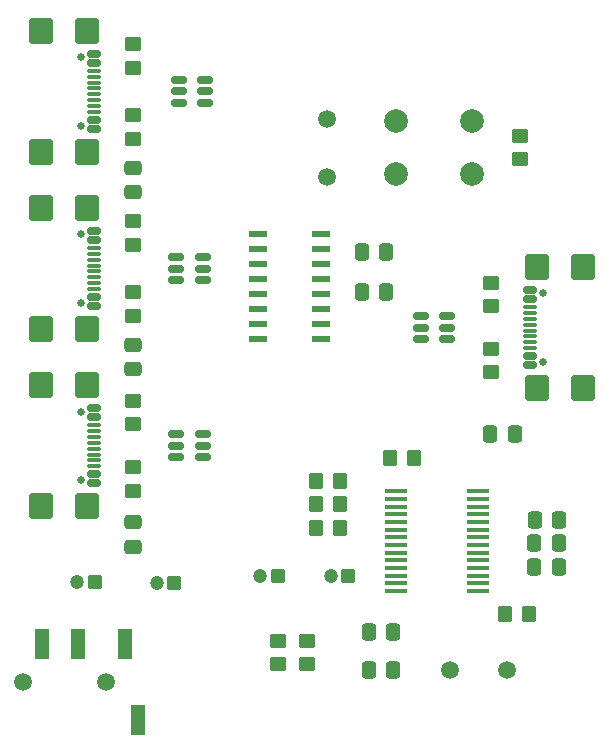
<source format=gbr>
%TF.GenerationSoftware,KiCad,Pcbnew,9.0.6*%
%TF.CreationDate,2025-12-05T18:50:53-10:00*%
%TF.ProjectId,PCB,5043422e-6b69-4636-9164-5f7063625858,rev?*%
%TF.SameCoordinates,Original*%
%TF.FileFunction,Soldermask,Top*%
%TF.FilePolarity,Negative*%
%FSLAX46Y46*%
G04 Gerber Fmt 4.6, Leading zero omitted, Abs format (unit mm)*
G04 Created by KiCad (PCBNEW 9.0.6) date 2025-12-05 18:50:53*
%MOMM*%
%LPD*%
G01*
G04 APERTURE LIST*
G04 Aperture macros list*
%AMRoundRect*
0 Rectangle with rounded corners*
0 $1 Rounding radius*
0 $2 $3 $4 $5 $6 $7 $8 $9 X,Y pos of 4 corners*
0 Add a 4 corners polygon primitive as box body*
4,1,4,$2,$3,$4,$5,$6,$7,$8,$9,$2,$3,0*
0 Add four circle primitives for the rounded corners*
1,1,$1+$1,$2,$3*
1,1,$1+$1,$4,$5*
1,1,$1+$1,$6,$7*
1,1,$1+$1,$8,$9*
0 Add four rect primitives between the rounded corners*
20,1,$1+$1,$2,$3,$4,$5,0*
20,1,$1+$1,$4,$5,$6,$7,0*
20,1,$1+$1,$6,$7,$8,$9,0*
20,1,$1+$1,$8,$9,$2,$3,0*%
G04 Aperture macros list end*
%ADD10RoundRect,0.250000X0.350000X0.350000X-0.350000X0.350000X-0.350000X-0.350000X0.350000X-0.350000X0*%
%ADD11C,1.200000*%
%ADD12RoundRect,0.150000X0.512500X0.150000X-0.512500X0.150000X-0.512500X-0.150000X0.512500X-0.150000X0*%
%ADD13C,0.650000*%
%ADD14RoundRect,0.150000X0.425000X-0.150000X0.425000X0.150000X-0.425000X0.150000X-0.425000X-0.150000X0*%
%ADD15RoundRect,0.075000X0.500000X-0.075000X0.500000X0.075000X-0.500000X0.075000X-0.500000X-0.075000X0*%
%ADD16RoundRect,0.250000X0.750000X-0.840000X0.750000X0.840000X-0.750000X0.840000X-0.750000X-0.840000X0*%
%ADD17RoundRect,0.250000X0.450000X-0.350000X0.450000X0.350000X-0.450000X0.350000X-0.450000X-0.350000X0*%
%ADD18RoundRect,0.250000X-0.475000X0.337500X-0.475000X-0.337500X0.475000X-0.337500X0.475000X0.337500X0*%
%ADD19RoundRect,0.250000X-0.337500X-0.475000X0.337500X-0.475000X0.337500X0.475000X-0.337500X0.475000X0*%
%ADD20RoundRect,0.100000X-0.850000X-0.100000X0.850000X-0.100000X0.850000X0.100000X-0.850000X0.100000X0*%
%ADD21RoundRect,0.250000X0.337500X0.475000X-0.337500X0.475000X-0.337500X-0.475000X0.337500X-0.475000X0*%
%ADD22RoundRect,0.250000X-0.450000X0.350000X-0.450000X-0.350000X0.450000X-0.350000X0.450000X0.350000X0*%
%ADD23RoundRect,0.150000X-0.425000X0.150000X-0.425000X-0.150000X0.425000X-0.150000X0.425000X0.150000X0*%
%ADD24RoundRect,0.075000X-0.500000X0.075000X-0.500000X-0.075000X0.500000X-0.075000X0.500000X0.075000X0*%
%ADD25RoundRect,0.250000X-0.750000X0.840000X-0.750000X-0.840000X0.750000X-0.840000X0.750000X0.840000X0*%
%ADD26RoundRect,0.150000X-0.512500X-0.150000X0.512500X-0.150000X0.512500X0.150000X-0.512500X0.150000X0*%
%ADD27RoundRect,0.250000X-0.350000X-0.450000X0.350000X-0.450000X0.350000X0.450000X-0.350000X0.450000X0*%
%ADD28C,1.500000*%
%ADD29R,1.200000X2.500000*%
%ADD30C,2.000000*%
%ADD31RoundRect,0.137500X-0.662500X-0.137500X0.662500X-0.137500X0.662500X0.137500X-0.662500X0.137500X0*%
G04 APERTURE END LIST*
D10*
%TO.C,C11*%
X69250000Y-91000000D03*
D11*
X67750000Y-91000000D03*
%TD*%
D10*
%TO.C,C12*%
X75250000Y-91000000D03*
D11*
X73750000Y-91000000D03*
%TD*%
D10*
%TO.C,C7*%
X60500000Y-91600000D03*
D11*
X59000000Y-91600000D03*
%TD*%
D10*
%TO.C,C8*%
X53800000Y-91550000D03*
D11*
X52300000Y-91550000D03*
%TD*%
D12*
%TO.C,U2*%
X63137500Y-50949999D03*
X63137500Y-50000000D03*
X63137500Y-49050001D03*
X60862500Y-49050001D03*
X60862500Y-50000000D03*
X60862500Y-50949999D03*
%TD*%
D13*
%TO.C,J4*%
X91685000Y-72890000D03*
X91685000Y-67110000D03*
D14*
X90610000Y-73200000D03*
X90610000Y-72400000D03*
D15*
X90610001Y-71250000D03*
X90610000Y-70250000D03*
X90610000Y-69750000D03*
X90610001Y-68750000D03*
D14*
X90610000Y-67600000D03*
X90610000Y-66800000D03*
X90610000Y-66800000D03*
X90610000Y-67600000D03*
D15*
X90610000Y-68250000D03*
X90610000Y-69250000D03*
X90610000Y-70750000D03*
X90610000Y-71750000D03*
D14*
X90610000Y-72400000D03*
X90610000Y-73200000D03*
D16*
X91185000Y-75110000D03*
X95115000Y-75110000D03*
X91185000Y-64890000D03*
X95115000Y-64890000D03*
%TD*%
D17*
%TO.C,R4*%
X57000000Y-63000000D03*
X57000000Y-61000000D03*
%TD*%
D18*
%TO.C,C5*%
X57000000Y-86462500D03*
X57000000Y-88537500D03*
%TD*%
D19*
%TO.C,C6*%
X87252500Y-79000000D03*
X89327500Y-79000000D03*
%TD*%
D20*
%TO.C,U1*%
X79250000Y-83850000D03*
X79250000Y-84500000D03*
X79250000Y-85150000D03*
X79250000Y-85800000D03*
X79250000Y-86450000D03*
X79250000Y-87100000D03*
X79250000Y-87750000D03*
X79250000Y-88400000D03*
X79250000Y-89050000D03*
X79250000Y-89700000D03*
X79250000Y-90350000D03*
X79250000Y-91000000D03*
X79250000Y-91650000D03*
X79250000Y-92300000D03*
X86250000Y-92300000D03*
X86250000Y-91650000D03*
X86250000Y-91000000D03*
X86250000Y-90350000D03*
X86250000Y-89700000D03*
X86250000Y-89050000D03*
X86250000Y-88400000D03*
X86250000Y-87750000D03*
X86250000Y-87100000D03*
X86250000Y-86450000D03*
X86250000Y-85800000D03*
X86250000Y-85150000D03*
X86250000Y-84500000D03*
X86250000Y-83850000D03*
%TD*%
D17*
%TO.C,R1*%
X89750000Y-55750000D03*
X89750000Y-53750000D03*
%TD*%
%TO.C,R6*%
X57000000Y-78200000D03*
X57000000Y-76200000D03*
%TD*%
D21*
%TO.C,C1*%
X78437500Y-67000000D03*
X76362500Y-67000000D03*
%TD*%
D17*
%TO.C,R2*%
X57000000Y-48000000D03*
X57000000Y-46000000D03*
%TD*%
D22*
%TO.C,R3*%
X57000000Y-52000000D03*
X57000000Y-54000000D03*
%TD*%
%TO.C,R7*%
X57000000Y-81800000D03*
X57000000Y-83800000D03*
%TD*%
D17*
%TO.C,R10*%
X69250000Y-98500000D03*
X69250000Y-96500000D03*
%TD*%
D21*
%TO.C,C9*%
X79037500Y-99000000D03*
X76962500Y-99000000D03*
%TD*%
D13*
%TO.C,J3*%
X52605000Y-77110000D03*
X52605000Y-82890000D03*
D23*
X53680000Y-76800000D03*
X53680000Y-77600000D03*
D24*
X53680000Y-78750000D03*
X53680000Y-79750000D03*
X53680000Y-80250000D03*
X53680000Y-81250000D03*
D23*
X53680000Y-82400000D03*
X53680000Y-83200000D03*
X53680000Y-83200000D03*
X53680000Y-82400000D03*
D24*
X53680000Y-81750000D03*
X53680000Y-80750000D03*
X53680000Y-79250000D03*
X53680000Y-78250000D03*
D23*
X53680000Y-77600000D03*
X53680000Y-76800000D03*
D25*
X53105000Y-74890000D03*
X49175000Y-74890000D03*
X53105000Y-85110000D03*
X49175000Y-85110000D03*
%TD*%
D22*
%TO.C,R11*%
X71750000Y-96500000D03*
X71750000Y-98500000D03*
%TD*%
D26*
%TO.C,U5*%
X81352500Y-69050000D03*
X81352500Y-70000000D03*
X81352500Y-70950000D03*
X83627500Y-70950000D03*
X83627500Y-70000000D03*
X83627500Y-69050000D03*
%TD*%
D27*
%TO.C,R17*%
X78780000Y-81055000D03*
X80780000Y-81055000D03*
%TD*%
D28*
%TO.C,J5*%
X47725000Y-100000000D03*
X54725000Y-100000000D03*
D29*
X52325000Y-96750000D03*
X49325000Y-96750000D03*
X57425000Y-103250000D03*
X56325000Y-96750000D03*
%TD*%
D22*
%TO.C,R8*%
X87290000Y-71800000D03*
X87290000Y-73800000D03*
%TD*%
D27*
%TO.C,R16*%
X72500000Y-87000000D03*
X74500000Y-87000000D03*
%TD*%
D13*
%TO.C,J1*%
X52605000Y-47110000D03*
X52605000Y-52890000D03*
D23*
X53680000Y-46800000D03*
X53680000Y-47600000D03*
D24*
X53680000Y-48750000D03*
X53680000Y-49750000D03*
X53680000Y-50250000D03*
X53680000Y-51250000D03*
D23*
X53680000Y-52400000D03*
X53680000Y-53200000D03*
X53680000Y-53200000D03*
X53680000Y-52400000D03*
D24*
X53680000Y-51750000D03*
X53680000Y-50750000D03*
X53680000Y-49250000D03*
X53680000Y-48250000D03*
D23*
X53680000Y-47600000D03*
X53680000Y-46800000D03*
D25*
X53105000Y-44890000D03*
X49175000Y-44890000D03*
X53105000Y-55110000D03*
X49175000Y-55110000D03*
%TD*%
D27*
%TO.C,R13*%
X72500000Y-82975000D03*
X74500000Y-82975000D03*
%TD*%
D19*
%TO.C,C15*%
X91012500Y-86250000D03*
X93087500Y-86250000D03*
%TD*%
D27*
%TO.C,R15*%
X88500000Y-94250000D03*
X90500000Y-94250000D03*
%TD*%
D12*
%TO.C,U4*%
X62937500Y-80949999D03*
X62937500Y-80000000D03*
X62937500Y-79050001D03*
X60662500Y-79050001D03*
X60662500Y-80000000D03*
X60662500Y-80949999D03*
%TD*%
D27*
%TO.C,R14*%
X72500000Y-84975000D03*
X74500000Y-84975000D03*
%TD*%
D30*
%TO.C,SW1*%
X79250000Y-52500000D03*
X85750000Y-52500000D03*
X79250000Y-57000000D03*
X85750000Y-57000000D03*
%TD*%
D21*
%TO.C,C10*%
X79037500Y-95750000D03*
X76962500Y-95750000D03*
%TD*%
D18*
%TO.C,C4*%
X57000000Y-71462500D03*
X57000000Y-73537500D03*
%TD*%
D22*
%TO.C,R5*%
X57000000Y-67000000D03*
X57000000Y-69000000D03*
%TD*%
D18*
%TO.C,C3*%
X57000000Y-56462500D03*
X57000000Y-58537500D03*
%TD*%
D17*
%TO.C,R9*%
X87290000Y-68200000D03*
X87290000Y-66200000D03*
%TD*%
D19*
%TO.C,C13*%
X90962500Y-90250000D03*
X93037500Y-90250000D03*
%TD*%
D21*
%TO.C,C2*%
X78437500Y-63600000D03*
X76362500Y-63600000D03*
%TD*%
D12*
%TO.C,U3*%
X62937500Y-65949999D03*
X62937500Y-65000000D03*
X62937500Y-64050001D03*
X60662500Y-64050001D03*
X60662500Y-65000000D03*
X60662500Y-65949999D03*
%TD*%
D31*
%TO.C,IC1*%
X67600000Y-62055000D03*
X67600000Y-63325000D03*
X67600000Y-64595000D03*
X67600000Y-65865000D03*
X67600000Y-67135000D03*
X67600000Y-68405000D03*
X67600000Y-69675000D03*
X67600000Y-70945000D03*
X72900000Y-70945000D03*
X72900000Y-69675000D03*
X72900000Y-68405000D03*
X72900000Y-67135000D03*
X72900000Y-65865000D03*
X72900000Y-64595000D03*
X72900000Y-63325000D03*
X72900000Y-62055000D03*
%TD*%
D19*
%TO.C,C14*%
X90962500Y-88250000D03*
X93037500Y-88250000D03*
%TD*%
D28*
%TO.C,Y2*%
X73400000Y-52360000D03*
X73400000Y-57240000D03*
%TD*%
D13*
%TO.C,J2*%
X52605000Y-62110000D03*
X52605000Y-67890000D03*
D23*
X53680000Y-61800000D03*
X53680000Y-62600000D03*
D24*
X53680000Y-63750000D03*
X53680000Y-64750000D03*
X53680000Y-65250000D03*
X53680000Y-66250000D03*
D23*
X53680000Y-67400000D03*
X53680000Y-68200000D03*
X53680000Y-68200000D03*
X53680000Y-67400000D03*
D24*
X53680000Y-66750000D03*
X53680000Y-65750000D03*
X53680000Y-64250000D03*
X53680000Y-63250000D03*
D23*
X53680000Y-62600000D03*
X53680000Y-61800000D03*
D25*
X53105000Y-59890000D03*
X49175000Y-59890000D03*
X53105000Y-70110000D03*
X49175000Y-70110000D03*
%TD*%
D28*
%TO.C,Y1*%
X83810000Y-99025000D03*
X88690000Y-99025000D03*
%TD*%
M02*

</source>
